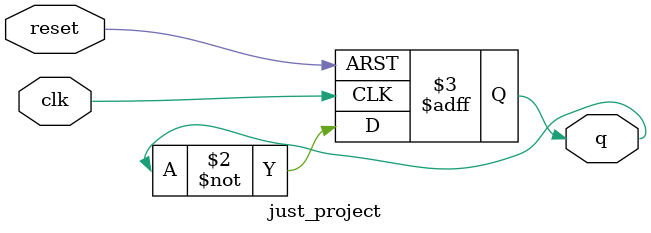
<source format=sv>
module just_project(input  logic clk, reset,
            
            output logic q);
  
  
  
  
  always_ff @(posedge clk, posedge reset)
    if(reset) q <= 0;
    else q <= ~q;
    
endmodule

</source>
